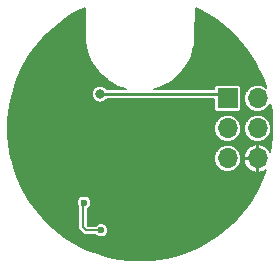
<source format=gbl>
G04 #@! TF.GenerationSoftware,KiCad,Pcbnew,(5.99.0-11526-gd613292b67)*
G04 #@! TF.CreationDate,2021-07-26T20:03:08-04:00*
G04 #@! TF.ProjectId,psu,7073752e-6b69-4636-9164-5f7063625858,rev?*
G04 #@! TF.SameCoordinates,Original*
G04 #@! TF.FileFunction,Copper,L2,Bot*
G04 #@! TF.FilePolarity,Positive*
%FSLAX46Y46*%
G04 Gerber Fmt 4.6, Leading zero omitted, Abs format (unit mm)*
G04 Created by KiCad (PCBNEW (5.99.0-11526-gd613292b67)) date 2021-07-26 20:03:08*
%MOMM*%
%LPD*%
G01*
G04 APERTURE LIST*
G04 #@! TA.AperFunction,ComponentPad*
%ADD10R,1.700000X1.700000*%
G04 #@! TD*
G04 #@! TA.AperFunction,ComponentPad*
%ADD11O,1.700000X1.700000*%
G04 #@! TD*
G04 #@! TA.AperFunction,ViaPad*
%ADD12C,0.600000*%
G04 #@! TD*
G04 #@! TA.AperFunction,ViaPad*
%ADD13C,0.800000*%
G04 #@! TD*
G04 #@! TA.AperFunction,Conductor*
%ADD14C,0.250000*%
G04 #@! TD*
G04 #@! TA.AperFunction,Conductor*
%ADD15C,0.200000*%
G04 #@! TD*
G04 APERTURE END LIST*
D10*
X207410000Y-98060000D03*
D11*
X209950000Y-98060000D03*
X207410000Y-100600000D03*
X209950000Y-100600000D03*
X207410000Y-103140000D03*
X209950000Y-103140000D03*
D12*
X198075000Y-105162501D03*
X192825000Y-98450001D03*
X198090000Y-100320000D03*
X197975000Y-108200000D03*
X201850000Y-109300000D03*
X194417600Y-104212501D03*
X197200000Y-110600000D03*
X198310000Y-98920000D03*
X194800000Y-100337501D03*
X191417600Y-102762501D03*
X205800000Y-98840000D03*
X201200000Y-109300000D03*
X207180000Y-96480000D03*
X203067600Y-104762501D03*
X193460000Y-100350000D03*
X204500000Y-95930000D03*
D13*
X196600000Y-97700001D03*
D12*
X196700000Y-109225000D03*
X195240000Y-106880000D03*
D14*
X196600000Y-97700001D02*
X207050001Y-97700001D01*
D15*
X196700000Y-109225000D02*
X195425000Y-109225000D01*
X195150000Y-108950000D02*
X195150000Y-107150000D01*
D14*
X207050001Y-97700001D02*
X207410000Y-98060000D01*
D15*
X195425000Y-109225000D02*
X195150000Y-108950000D01*
X195150000Y-107150000D02*
X195300000Y-107000000D01*
X195326253Y-92843838D02*
X195322879Y-92860553D01*
X195320960Y-92882907D01*
X195320980Y-92883623D01*
X195321930Y-92890347D01*
X195321770Y-92890359D01*
X195352694Y-93305870D01*
X195353778Y-93314855D01*
X195422876Y-93727945D01*
X195424775Y-93736794D01*
X195531309Y-94141848D01*
X195534009Y-94150486D01*
X195677087Y-94544119D01*
X195680564Y-94552474D01*
X195858991Y-94931396D01*
X195863217Y-94939400D01*
X196075503Y-95300444D01*
X196080442Y-95308027D01*
X196324812Y-95648177D01*
X196330423Y-95655278D01*
X196604834Y-95971690D01*
X196611070Y-95978249D01*
X196913230Y-96268279D01*
X196920039Y-96274242D01*
X197247422Y-96535466D01*
X197254746Y-96540781D01*
X197604617Y-96771018D01*
X197612397Y-96775642D01*
X197981831Y-96972965D01*
X197990000Y-96976860D01*
X198375910Y-97139622D01*
X198384402Y-97142754D01*
X198783564Y-97269593D01*
X198792305Y-97271937D01*
X198808530Y-97275501D01*
X197155970Y-97275501D01*
X197106824Y-97211452D01*
X197088549Y-97193177D01*
X196963108Y-97096923D01*
X196940727Y-97084001D01*
X196794648Y-97023493D01*
X196769684Y-97016804D01*
X196612922Y-96996166D01*
X196587078Y-96996166D01*
X196430316Y-97016804D01*
X196405352Y-97023493D01*
X196259273Y-97084001D01*
X196236892Y-97096923D01*
X196111451Y-97193177D01*
X196093176Y-97211452D01*
X195996922Y-97336893D01*
X195984000Y-97359274D01*
X195923492Y-97505353D01*
X195916803Y-97530317D01*
X195896165Y-97687079D01*
X195896165Y-97712923D01*
X195916803Y-97869685D01*
X195923492Y-97894649D01*
X195984000Y-98040728D01*
X195996922Y-98063109D01*
X196093176Y-98188550D01*
X196111451Y-98206825D01*
X196236892Y-98303079D01*
X196259273Y-98316001D01*
X196405352Y-98376509D01*
X196430316Y-98383198D01*
X196587078Y-98403836D01*
X196612922Y-98403836D01*
X196769684Y-98383198D01*
X196794648Y-98376509D01*
X196940727Y-98316001D01*
X196963108Y-98303079D01*
X197088549Y-98206825D01*
X197106824Y-98188550D01*
X197155970Y-98124501D01*
X206260500Y-98124501D01*
X206260500Y-98929748D01*
X206262402Y-98949062D01*
X206274035Y-99007545D01*
X206288818Y-99043233D01*
X206333133Y-99109554D01*
X206360446Y-99136867D01*
X206426767Y-99181182D01*
X206462455Y-99195965D01*
X206520938Y-99207598D01*
X206540252Y-99209500D01*
X208279748Y-99209500D01*
X208299062Y-99207598D01*
X208357545Y-99195965D01*
X208393233Y-99181182D01*
X208459554Y-99136867D01*
X208486867Y-99109554D01*
X208531182Y-99043233D01*
X208545965Y-99007545D01*
X208557598Y-98949062D01*
X208559500Y-98929748D01*
X208559500Y-97190252D01*
X208557598Y-97170938D01*
X208545965Y-97112455D01*
X208531182Y-97076767D01*
X208486867Y-97010446D01*
X208459554Y-96983133D01*
X208393233Y-96938818D01*
X208357545Y-96924035D01*
X208299062Y-96912402D01*
X208279748Y-96910500D01*
X206540252Y-96910500D01*
X206520938Y-96912402D01*
X206462455Y-96924035D01*
X206426767Y-96938818D01*
X206360446Y-96983133D01*
X206333133Y-97010446D01*
X206288818Y-97076767D01*
X206274035Y-97112455D01*
X206262402Y-97170938D01*
X206260500Y-97190252D01*
X206260500Y-97275501D01*
X201177468Y-97275501D01*
X201319421Y-97240610D01*
X201328102Y-97238050D01*
X201723996Y-97101354D01*
X201732407Y-97098012D01*
X202114164Y-96925734D01*
X202122234Y-96921638D01*
X202486663Y-96715217D01*
X202494326Y-96710401D01*
X202838382Y-96471562D01*
X202845573Y-96466067D01*
X203166380Y-96196807D01*
X203173039Y-96190678D01*
X203467916Y-95893247D01*
X203473987Y-95886535D01*
X203740471Y-95563417D01*
X203745904Y-95556180D01*
X203981766Y-95210078D01*
X203986516Y-95202374D01*
X204189786Y-94836178D01*
X204193812Y-94828072D01*
X204362791Y-94444843D01*
X204366060Y-94436404D01*
X204499337Y-94039346D01*
X204501822Y-94030643D01*
X204598281Y-93623072D01*
X204599960Y-93614179D01*
X204658797Y-93199503D01*
X204659658Y-93190494D01*
X204680230Y-92775191D01*
X204680100Y-92775185D01*
X204680890Y-92768550D01*
X204680894Y-92767834D01*
X204678499Y-92745627D01*
X204676193Y-92735339D01*
X204706968Y-90411285D01*
X204903363Y-90499803D01*
X205490294Y-90807310D01*
X206058045Y-91148995D01*
X206604570Y-91523626D01*
X207128013Y-91929931D01*
X207626494Y-92366450D01*
X208098321Y-92831701D01*
X208541807Y-93324023D01*
X208955413Y-93841704D01*
X209337681Y-94382921D01*
X209687290Y-94945806D01*
X210003016Y-95528385D01*
X210283734Y-96128582D01*
X210528483Y-96744343D01*
X210665970Y-97160380D01*
X210603380Y-97108601D01*
X210587362Y-97097797D01*
X210406142Y-96999812D01*
X210388330Y-96992324D01*
X210191529Y-96931404D01*
X210172602Y-96927519D01*
X209967717Y-96905985D01*
X209948397Y-96905850D01*
X209743231Y-96924521D01*
X209724251Y-96928142D01*
X209526620Y-96986308D01*
X209508705Y-96993546D01*
X209326135Y-97088992D01*
X209309968Y-97099571D01*
X209149413Y-97228660D01*
X209135609Y-97242179D01*
X209003186Y-97399994D01*
X208992270Y-97415936D01*
X208893022Y-97596468D01*
X208885410Y-97614227D01*
X208823118Y-97810597D01*
X208819101Y-97829497D01*
X208796137Y-98034227D01*
X208795867Y-98053546D01*
X208813106Y-98258837D01*
X208816594Y-98277841D01*
X208873379Y-98475874D01*
X208880492Y-98493839D01*
X208974660Y-98677071D01*
X208985126Y-98693312D01*
X209113091Y-98854764D01*
X209126513Y-98868662D01*
X209283400Y-99002183D01*
X209299266Y-99013210D01*
X209479100Y-99113716D01*
X209496805Y-99121452D01*
X209692736Y-99185114D01*
X209711607Y-99189263D01*
X209916172Y-99213655D01*
X209935489Y-99214059D01*
X210140895Y-99198254D01*
X210159923Y-99194899D01*
X210358348Y-99139498D01*
X210376362Y-99132511D01*
X210560247Y-99039624D01*
X210576560Y-99029271D01*
X210738901Y-98902437D01*
X210752894Y-98889112D01*
X210887507Y-98733160D01*
X210898644Y-98717372D01*
X211000403Y-98538244D01*
X211008262Y-98520593D01*
X211009298Y-98517480D01*
X211038954Y-98663135D01*
X211132536Y-99319112D01*
X211187172Y-99979468D01*
X211202671Y-100641899D01*
X211178979Y-101304106D01*
X211116181Y-101963727D01*
X211018153Y-102594923D01*
X210980714Y-102519003D01*
X210971247Y-102503555D01*
X210850286Y-102341569D01*
X210838163Y-102328105D01*
X210689708Y-102190874D01*
X210675334Y-102179845D01*
X210504356Y-102071967D01*
X210488215Y-102063742D01*
X210300441Y-101988827D01*
X210283069Y-101983681D01*
X210094314Y-101946136D01*
X210033552Y-101953328D01*
X209988623Y-101994861D01*
X209976000Y-102043234D01*
X209976000Y-104233458D01*
X209994907Y-104291649D01*
X210044407Y-104327613D01*
X210089206Y-104331434D01*
X210222096Y-104312166D01*
X210239712Y-104307936D01*
X210431149Y-104242952D01*
X210447701Y-104235583D01*
X210614029Y-104142434D01*
X210480327Y-104530825D01*
X210227983Y-105143507D01*
X209939858Y-105740198D01*
X209616950Y-106318830D01*
X209260420Y-106877322D01*
X208871472Y-107413791D01*
X208451500Y-107926310D01*
X208001946Y-108413124D01*
X207524426Y-108872480D01*
X207020570Y-109302811D01*
X206492143Y-109702610D01*
X205941015Y-110070461D01*
X205369104Y-110405085D01*
X204778396Y-110705317D01*
X204170991Y-110970094D01*
X203548983Y-111198500D01*
X202914572Y-111389731D01*
X202269937Y-111543126D01*
X201617397Y-111658135D01*
X200959163Y-111734368D01*
X200297606Y-111771550D01*
X199634980Y-111769555D01*
X198973638Y-111728389D01*
X198315906Y-111648198D01*
X197664048Y-111529259D01*
X197020374Y-111371991D01*
X196387101Y-111176937D01*
X195766498Y-110944797D01*
X195160672Y-110676356D01*
X194571802Y-110372581D01*
X194001916Y-110034521D01*
X193453002Y-109663350D01*
X192927003Y-109260387D01*
X192425750Y-108827031D01*
X191950988Y-108364793D01*
X191504380Y-107875291D01*
X191087498Y-107360247D01*
X190748472Y-106886659D01*
X194636227Y-106886659D01*
X194654816Y-107028815D01*
X194662364Y-107055851D01*
X194720104Y-107187075D01*
X194734937Y-107210905D01*
X194750500Y-107229420D01*
X194750500Y-108896492D01*
X194748645Y-108909055D01*
X194750500Y-108958474D01*
X194750500Y-108977948D01*
X194751732Y-108991296D01*
X194752844Y-109020922D01*
X194760813Y-109056287D01*
X194765358Y-109066865D01*
X194767465Y-109078180D01*
X194780515Y-109112001D01*
X194794492Y-109134676D01*
X194805004Y-109159143D01*
X194819468Y-109182907D01*
X194823482Y-109187793D01*
X194829974Y-109194953D01*
X194834338Y-109199317D01*
X194839257Y-109207297D01*
X194863608Y-109234152D01*
X194886835Y-109251814D01*
X195104676Y-109469655D01*
X195112247Y-109479849D01*
X195148494Y-109513473D01*
X195162273Y-109527252D01*
X195172572Y-109535810D01*
X195194318Y-109555982D01*
X195224959Y-109575353D01*
X195235648Y-109579618D01*
X195245143Y-109586131D01*
X195278287Y-109600818D01*
X195304208Y-109606969D01*
X195328937Y-109616835D01*
X195355962Y-109623411D01*
X195362255Y-109624028D01*
X195371915Y-109624500D01*
X195378085Y-109624500D01*
X195387208Y-109626665D01*
X195423416Y-109628436D01*
X195452337Y-109624500D01*
X196252597Y-109624500D01*
X196287187Y-109665650D01*
X196308112Y-109684359D01*
X196427455Y-109763801D01*
X196452791Y-109775886D01*
X196589635Y-109818638D01*
X196617342Y-109823125D01*
X196760684Y-109825753D01*
X196788539Y-109822284D01*
X196926857Y-109784574D01*
X196952618Y-109773426D01*
X197074792Y-109698411D01*
X197096389Y-109680481D01*
X197192598Y-109574190D01*
X197208294Y-109550920D01*
X197270804Y-109421899D01*
X197279338Y-109395158D01*
X197303124Y-109253779D01*
X197304489Y-109238564D01*
X197304640Y-109226210D01*
X197303647Y-109210965D01*
X197283323Y-109069047D01*
X197275445Y-109042106D01*
X197216106Y-108911596D01*
X197200983Y-108887949D01*
X197107399Y-108779340D01*
X197086247Y-108760888D01*
X196965942Y-108682910D01*
X196940461Y-108671136D01*
X196803105Y-108630058D01*
X196775344Y-108625909D01*
X196631981Y-108625033D01*
X196604171Y-108628842D01*
X196466324Y-108668239D01*
X196440701Y-108679701D01*
X196319452Y-108756203D01*
X196298076Y-108774396D01*
X196252943Y-108825500D01*
X195590479Y-108825500D01*
X195549500Y-108784522D01*
X195549500Y-107393501D01*
X195614792Y-107353411D01*
X195636389Y-107335481D01*
X195732598Y-107229190D01*
X195748294Y-107205920D01*
X195810804Y-107076899D01*
X195819338Y-107050158D01*
X195843124Y-106908779D01*
X195844489Y-106893564D01*
X195844640Y-106881210D01*
X195843647Y-106865965D01*
X195823323Y-106724047D01*
X195815445Y-106697106D01*
X195756106Y-106566596D01*
X195740983Y-106542949D01*
X195647399Y-106434340D01*
X195626247Y-106415888D01*
X195505942Y-106337910D01*
X195480461Y-106326136D01*
X195343105Y-106285058D01*
X195315344Y-106280909D01*
X195171981Y-106280033D01*
X195144171Y-106283842D01*
X195006324Y-106323239D01*
X194980701Y-106334701D01*
X194859452Y-106411203D01*
X194838076Y-106429396D01*
X194743173Y-106536854D01*
X194727763Y-106560314D01*
X194666833Y-106690089D01*
X194658626Y-106716933D01*
X194636570Y-106858593D01*
X194636227Y-106886659D01*
X190748472Y-106886659D01*
X190701798Y-106821460D01*
X190348629Y-106260820D01*
X190029212Y-105680257D01*
X189744684Y-105081842D01*
X189496035Y-104467655D01*
X189284131Y-103839838D01*
X189109711Y-103200576D01*
X189095620Y-103133546D01*
X206255867Y-103133546D01*
X206273106Y-103338837D01*
X206276594Y-103357841D01*
X206333379Y-103555874D01*
X206340492Y-103573839D01*
X206434660Y-103757071D01*
X206445126Y-103773312D01*
X206573091Y-103934764D01*
X206586513Y-103948662D01*
X206743400Y-104082183D01*
X206759266Y-104093210D01*
X206939100Y-104193716D01*
X206956805Y-104201452D01*
X207152736Y-104265114D01*
X207171607Y-104269263D01*
X207376172Y-104293655D01*
X207395489Y-104294059D01*
X207600895Y-104278254D01*
X207619923Y-104274899D01*
X207818348Y-104219498D01*
X207836362Y-104212511D01*
X208020247Y-104119624D01*
X208036560Y-104109271D01*
X208198901Y-103982437D01*
X208212894Y-103969112D01*
X208347507Y-103813160D01*
X208358644Y-103797372D01*
X208460403Y-103618244D01*
X208468262Y-103600593D01*
X208533290Y-103405112D01*
X208537570Y-103386271D01*
X208552072Y-103271475D01*
X208756966Y-103271475D01*
X208760100Y-103319290D01*
X208762934Y-103337184D01*
X208812698Y-103533130D01*
X208818746Y-103550208D01*
X208903384Y-103733803D01*
X208912443Y-103749493D01*
X209029123Y-103914591D01*
X209040889Y-103928368D01*
X209185701Y-104069437D01*
X209199780Y-104080838D01*
X209367875Y-104193156D01*
X209383798Y-104201801D01*
X209569546Y-104281604D01*
X209586776Y-104287203D01*
X209783957Y-104331821D01*
X209801920Y-104334186D01*
X209821114Y-104334940D01*
X209880002Y-104318331D01*
X209917881Y-104270281D01*
X209924000Y-104236016D01*
X209924000Y-103265000D01*
X209905093Y-103206809D01*
X209855593Y-103170845D01*
X209825000Y-103166000D01*
X208855754Y-103166000D01*
X208797563Y-103184907D01*
X208761599Y-103234407D01*
X208756966Y-103271475D01*
X208552072Y-103271475D01*
X208563390Y-103181882D01*
X208564161Y-103170858D01*
X208564573Y-103141384D01*
X208564111Y-103130339D01*
X208551661Y-103003364D01*
X208758724Y-103003364D01*
X208770661Y-103063374D01*
X208815591Y-103104906D01*
X208857038Y-103114000D01*
X209825000Y-103114000D01*
X209883191Y-103095093D01*
X209919155Y-103045593D01*
X209924000Y-103015000D01*
X209924000Y-102045277D01*
X209905093Y-101987086D01*
X209855593Y-101951122D01*
X209808234Y-101947707D01*
X209647313Y-101975359D01*
X209629813Y-101980048D01*
X209440143Y-102050021D01*
X209423791Y-102057821D01*
X209250048Y-102161187D01*
X209235390Y-102171836D01*
X209083394Y-102305134D01*
X209070924Y-102318276D01*
X208945764Y-102477040D01*
X208935896Y-102492234D01*
X208841764Y-102671149D01*
X208834831Y-102687888D01*
X208774881Y-102880960D01*
X208771114Y-102898681D01*
X208758724Y-103003364D01*
X208551661Y-103003364D01*
X208544008Y-102925309D01*
X208540255Y-102906356D01*
X208480710Y-102709135D01*
X208473347Y-102691272D01*
X208376630Y-102509372D01*
X208365937Y-102493278D01*
X208235730Y-102333629D01*
X208222116Y-102319919D01*
X208063380Y-102188601D01*
X208047362Y-102177797D01*
X207866142Y-102079812D01*
X207848330Y-102072324D01*
X207651529Y-102011404D01*
X207632602Y-102007519D01*
X207427717Y-101985985D01*
X207408397Y-101985850D01*
X207203231Y-102004521D01*
X207184251Y-102008142D01*
X206986620Y-102066308D01*
X206968705Y-102073546D01*
X206786135Y-102168992D01*
X206769968Y-102179571D01*
X206609413Y-102308660D01*
X206595609Y-102322179D01*
X206463186Y-102479994D01*
X206452270Y-102495936D01*
X206353022Y-102676468D01*
X206345410Y-102694227D01*
X206283118Y-102890597D01*
X206279101Y-102909497D01*
X206256137Y-103114227D01*
X206255867Y-103133546D01*
X189095620Y-103133546D01*
X188973395Y-102552149D01*
X188875650Y-101896771D01*
X188816822Y-101236772D01*
X188797686Y-100593546D01*
X206255867Y-100593546D01*
X206273106Y-100798837D01*
X206276594Y-100817841D01*
X206333379Y-101015874D01*
X206340492Y-101033839D01*
X206434660Y-101217071D01*
X206445126Y-101233312D01*
X206573091Y-101394764D01*
X206586513Y-101408662D01*
X206743400Y-101542183D01*
X206759266Y-101553210D01*
X206939100Y-101653716D01*
X206956805Y-101661452D01*
X207152736Y-101725114D01*
X207171607Y-101729263D01*
X207376172Y-101753655D01*
X207395489Y-101754059D01*
X207600895Y-101738254D01*
X207619923Y-101734899D01*
X207818348Y-101679498D01*
X207836362Y-101672511D01*
X208020247Y-101579624D01*
X208036560Y-101569271D01*
X208198901Y-101442437D01*
X208212894Y-101429112D01*
X208347507Y-101273160D01*
X208358644Y-101257372D01*
X208460403Y-101078244D01*
X208468262Y-101060593D01*
X208533290Y-100865112D01*
X208537570Y-100846271D01*
X208563390Y-100641882D01*
X208564161Y-100630858D01*
X208564573Y-100601384D01*
X208564245Y-100593546D01*
X208795867Y-100593546D01*
X208813106Y-100798837D01*
X208816594Y-100817841D01*
X208873379Y-101015874D01*
X208880492Y-101033839D01*
X208974660Y-101217071D01*
X208985126Y-101233312D01*
X209113091Y-101394764D01*
X209126513Y-101408662D01*
X209283400Y-101542183D01*
X209299266Y-101553210D01*
X209479100Y-101653716D01*
X209496805Y-101661452D01*
X209692736Y-101725114D01*
X209711607Y-101729263D01*
X209916172Y-101753655D01*
X209935489Y-101754059D01*
X210140895Y-101738254D01*
X210159923Y-101734899D01*
X210358348Y-101679498D01*
X210376362Y-101672511D01*
X210560247Y-101579624D01*
X210576560Y-101569271D01*
X210738901Y-101442437D01*
X210752894Y-101429112D01*
X210887507Y-101273160D01*
X210898644Y-101257372D01*
X211000403Y-101078244D01*
X211008262Y-101060593D01*
X211073290Y-100865112D01*
X211077570Y-100846271D01*
X211103390Y-100641882D01*
X211104161Y-100630858D01*
X211104573Y-100601384D01*
X211104111Y-100590339D01*
X211084008Y-100385309D01*
X211080255Y-100366356D01*
X211020710Y-100169135D01*
X211013347Y-100151272D01*
X210916630Y-99969372D01*
X210905937Y-99953278D01*
X210775730Y-99793629D01*
X210762116Y-99779919D01*
X210603380Y-99648601D01*
X210587362Y-99637797D01*
X210406142Y-99539812D01*
X210388330Y-99532324D01*
X210191529Y-99471404D01*
X210172602Y-99467519D01*
X209967717Y-99445985D01*
X209948397Y-99445850D01*
X209743231Y-99464521D01*
X209724251Y-99468142D01*
X209526620Y-99526308D01*
X209508705Y-99533546D01*
X209326135Y-99628992D01*
X209309968Y-99639571D01*
X209149413Y-99768660D01*
X209135609Y-99782179D01*
X209003186Y-99939994D01*
X208992270Y-99955936D01*
X208893022Y-100136468D01*
X208885410Y-100154227D01*
X208823118Y-100350597D01*
X208819101Y-100369497D01*
X208796137Y-100574227D01*
X208795867Y-100593546D01*
X208564245Y-100593546D01*
X208564111Y-100590339D01*
X208544008Y-100385309D01*
X208540255Y-100366356D01*
X208480710Y-100169135D01*
X208473347Y-100151272D01*
X208376630Y-99969372D01*
X208365937Y-99953278D01*
X208235730Y-99793629D01*
X208222116Y-99779919D01*
X208063380Y-99648601D01*
X208047362Y-99637797D01*
X207866142Y-99539812D01*
X207848330Y-99532324D01*
X207651529Y-99471404D01*
X207632602Y-99467519D01*
X207427717Y-99445985D01*
X207408397Y-99445850D01*
X207203231Y-99464521D01*
X207184251Y-99468142D01*
X206986620Y-99526308D01*
X206968705Y-99533546D01*
X206786135Y-99628992D01*
X206769968Y-99639571D01*
X206609413Y-99768660D01*
X206595609Y-99782179D01*
X206463186Y-99939994D01*
X206452270Y-99955936D01*
X206353022Y-100136468D01*
X206345410Y-100154227D01*
X206283118Y-100350597D01*
X206279101Y-100369497D01*
X206256137Y-100574227D01*
X206255867Y-100593546D01*
X188797686Y-100593546D01*
X188797118Y-100574453D01*
X188816606Y-99912125D01*
X188875217Y-99252107D01*
X188972748Y-98596698D01*
X189108854Y-97948214D01*
X189283062Y-97308912D01*
X189494761Y-96681025D01*
X189743215Y-96066744D01*
X190027543Y-95468242D01*
X190346761Y-94887594D01*
X190699760Y-94326814D01*
X191085283Y-93787902D01*
X191501998Y-93272721D01*
X191948437Y-92783082D01*
X192423040Y-92320696D01*
X192924170Y-91887161D01*
X193450025Y-91484033D01*
X193998831Y-91112676D01*
X194568594Y-90774436D01*
X195157378Y-90470462D01*
X195347080Y-90386331D01*
X195326253Y-92843838D02*
X195347080Y-90386331D01*
G04 #@! TA.AperFunction,Conductor*
G36*
X195326253Y-92843838D02*
G01*
X195322879Y-92860553D01*
X195320960Y-92882907D01*
X195320980Y-92883623D01*
X195321930Y-92890347D01*
X195321770Y-92890359D01*
X195352694Y-93305870D01*
X195353778Y-93314855D01*
X195422876Y-93727945D01*
X195424775Y-93736794D01*
X195531309Y-94141848D01*
X195534009Y-94150486D01*
X195677087Y-94544119D01*
X195680564Y-94552474D01*
X195858991Y-94931396D01*
X195863217Y-94939400D01*
X196075503Y-95300444D01*
X196080442Y-95308027D01*
X196324812Y-95648177D01*
X196330423Y-95655278D01*
X196604834Y-95971690D01*
X196611070Y-95978249D01*
X196913230Y-96268279D01*
X196920039Y-96274242D01*
X197247422Y-96535466D01*
X197254746Y-96540781D01*
X197604617Y-96771018D01*
X197612397Y-96775642D01*
X197981831Y-96972965D01*
X197990000Y-96976860D01*
X198375910Y-97139622D01*
X198384402Y-97142754D01*
X198783564Y-97269593D01*
X198792305Y-97271937D01*
X198808530Y-97275501D01*
X197155970Y-97275501D01*
X197106824Y-97211452D01*
X197088549Y-97193177D01*
X196963108Y-97096923D01*
X196940727Y-97084001D01*
X196794648Y-97023493D01*
X196769684Y-97016804D01*
X196612922Y-96996166D01*
X196587078Y-96996166D01*
X196430316Y-97016804D01*
X196405352Y-97023493D01*
X196259273Y-97084001D01*
X196236892Y-97096923D01*
X196111451Y-97193177D01*
X196093176Y-97211452D01*
X195996922Y-97336893D01*
X195984000Y-97359274D01*
X195923492Y-97505353D01*
X195916803Y-97530317D01*
X195896165Y-97687079D01*
X195896165Y-97712923D01*
X195916803Y-97869685D01*
X195923492Y-97894649D01*
X195984000Y-98040728D01*
X195996922Y-98063109D01*
X196093176Y-98188550D01*
X196111451Y-98206825D01*
X196236892Y-98303079D01*
X196259273Y-98316001D01*
X196405352Y-98376509D01*
X196430316Y-98383198D01*
X196587078Y-98403836D01*
X196612922Y-98403836D01*
X196769684Y-98383198D01*
X196794648Y-98376509D01*
X196940727Y-98316001D01*
X196963108Y-98303079D01*
X197088549Y-98206825D01*
X197106824Y-98188550D01*
X197155970Y-98124501D01*
X206260500Y-98124501D01*
X206260500Y-98929748D01*
X206262402Y-98949062D01*
X206274035Y-99007545D01*
X206288818Y-99043233D01*
X206333133Y-99109554D01*
X206360446Y-99136867D01*
X206426767Y-99181182D01*
X206462455Y-99195965D01*
X206520938Y-99207598D01*
X206540252Y-99209500D01*
X208279748Y-99209500D01*
X208299062Y-99207598D01*
X208357545Y-99195965D01*
X208393233Y-99181182D01*
X208459554Y-99136867D01*
X208486867Y-99109554D01*
X208531182Y-99043233D01*
X208545965Y-99007545D01*
X208557598Y-98949062D01*
X208559500Y-98929748D01*
X208559500Y-97190252D01*
X208557598Y-97170938D01*
X208545965Y-97112455D01*
X208531182Y-97076767D01*
X208486867Y-97010446D01*
X208459554Y-96983133D01*
X208393233Y-96938818D01*
X208357545Y-96924035D01*
X208299062Y-96912402D01*
X208279748Y-96910500D01*
X206540252Y-96910500D01*
X206520938Y-96912402D01*
X206462455Y-96924035D01*
X206426767Y-96938818D01*
X206360446Y-96983133D01*
X206333133Y-97010446D01*
X206288818Y-97076767D01*
X206274035Y-97112455D01*
X206262402Y-97170938D01*
X206260500Y-97190252D01*
X206260500Y-97275501D01*
X201177468Y-97275501D01*
X201319421Y-97240610D01*
X201328102Y-97238050D01*
X201723996Y-97101354D01*
X201732407Y-97098012D01*
X202114164Y-96925734D01*
X202122234Y-96921638D01*
X202486663Y-96715217D01*
X202494326Y-96710401D01*
X202838382Y-96471562D01*
X202845573Y-96466067D01*
X203166380Y-96196807D01*
X203173039Y-96190678D01*
X203467916Y-95893247D01*
X203473987Y-95886535D01*
X203740471Y-95563417D01*
X203745904Y-95556180D01*
X203981766Y-95210078D01*
X203986516Y-95202374D01*
X204189786Y-94836178D01*
X204193812Y-94828072D01*
X204362791Y-94444843D01*
X204366060Y-94436404D01*
X204499337Y-94039346D01*
X204501822Y-94030643D01*
X204598281Y-93623072D01*
X204599960Y-93614179D01*
X204658797Y-93199503D01*
X204659658Y-93190494D01*
X204680230Y-92775191D01*
X204680100Y-92775185D01*
X204680890Y-92768550D01*
X204680894Y-92767834D01*
X204678499Y-92745627D01*
X204676193Y-92735339D01*
X204706968Y-90411285D01*
X204903363Y-90499803D01*
X205490294Y-90807310D01*
X206058045Y-91148995D01*
X206604570Y-91523626D01*
X207128013Y-91929931D01*
X207626494Y-92366450D01*
X208098321Y-92831701D01*
X208541807Y-93324023D01*
X208955413Y-93841704D01*
X209337681Y-94382921D01*
X209687290Y-94945806D01*
X210003016Y-95528385D01*
X210283734Y-96128582D01*
X210528483Y-96744343D01*
X210665970Y-97160380D01*
X210603380Y-97108601D01*
X210587362Y-97097797D01*
X210406142Y-96999812D01*
X210388330Y-96992324D01*
X210191529Y-96931404D01*
X210172602Y-96927519D01*
X209967717Y-96905985D01*
X209948397Y-96905850D01*
X209743231Y-96924521D01*
X209724251Y-96928142D01*
X209526620Y-96986308D01*
X209508705Y-96993546D01*
X209326135Y-97088992D01*
X209309968Y-97099571D01*
X209149413Y-97228660D01*
X209135609Y-97242179D01*
X209003186Y-97399994D01*
X208992270Y-97415936D01*
X208893022Y-97596468D01*
X208885410Y-97614227D01*
X208823118Y-97810597D01*
X208819101Y-97829497D01*
X208796137Y-98034227D01*
X208795867Y-98053546D01*
X208813106Y-98258837D01*
X208816594Y-98277841D01*
X208873379Y-98475874D01*
X208880492Y-98493839D01*
X208974660Y-98677071D01*
X208985126Y-98693312D01*
X209113091Y-98854764D01*
X209126513Y-98868662D01*
X209283400Y-99002183D01*
X209299266Y-99013210D01*
X209479100Y-99113716D01*
X209496805Y-99121452D01*
X209692736Y-99185114D01*
X209711607Y-99189263D01*
X209916172Y-99213655D01*
X209935489Y-99214059D01*
X210140895Y-99198254D01*
X210159923Y-99194899D01*
X210358348Y-99139498D01*
X210376362Y-99132511D01*
X210560247Y-99039624D01*
X210576560Y-99029271D01*
X210738901Y-98902437D01*
X210752894Y-98889112D01*
X210887507Y-98733160D01*
X210898644Y-98717372D01*
X211000403Y-98538244D01*
X211008262Y-98520593D01*
X211009298Y-98517480D01*
X211038954Y-98663135D01*
X211132536Y-99319112D01*
X211187172Y-99979468D01*
X211202671Y-100641899D01*
X211178979Y-101304106D01*
X211116181Y-101963727D01*
X211018153Y-102594923D01*
X210980714Y-102519003D01*
X210971247Y-102503555D01*
X210850286Y-102341569D01*
X210838163Y-102328105D01*
X210689708Y-102190874D01*
X210675334Y-102179845D01*
X210504356Y-102071967D01*
X210488215Y-102063742D01*
X210300441Y-101988827D01*
X210283069Y-101983681D01*
X210094314Y-101946136D01*
X210033552Y-101953328D01*
X209988623Y-101994861D01*
X209976000Y-102043234D01*
X209976000Y-104233458D01*
X209994907Y-104291649D01*
X210044407Y-104327613D01*
X210089206Y-104331434D01*
X210222096Y-104312166D01*
X210239712Y-104307936D01*
X210431149Y-104242952D01*
X210447701Y-104235583D01*
X210614029Y-104142434D01*
X210480327Y-104530825D01*
X210227983Y-105143507D01*
X209939858Y-105740198D01*
X209616950Y-106318830D01*
X209260420Y-106877322D01*
X208871472Y-107413791D01*
X208451500Y-107926310D01*
X208001946Y-108413124D01*
X207524426Y-108872480D01*
X207020570Y-109302811D01*
X206492143Y-109702610D01*
X205941015Y-110070461D01*
X205369104Y-110405085D01*
X204778396Y-110705317D01*
X204170991Y-110970094D01*
X203548983Y-111198500D01*
X202914572Y-111389731D01*
X202269937Y-111543126D01*
X201617397Y-111658135D01*
X200959163Y-111734368D01*
X200297606Y-111771550D01*
X199634980Y-111769555D01*
X198973638Y-111728389D01*
X198315906Y-111648198D01*
X197664048Y-111529259D01*
X197020374Y-111371991D01*
X196387101Y-111176937D01*
X195766498Y-110944797D01*
X195160672Y-110676356D01*
X194571802Y-110372581D01*
X194001916Y-110034521D01*
X193453002Y-109663350D01*
X192927003Y-109260387D01*
X192425750Y-108827031D01*
X191950988Y-108364793D01*
X191504380Y-107875291D01*
X191087498Y-107360247D01*
X190748472Y-106886659D01*
X194636227Y-106886659D01*
X194654816Y-107028815D01*
X194662364Y-107055851D01*
X194720104Y-107187075D01*
X194734937Y-107210905D01*
X194750500Y-107229420D01*
X194750500Y-108896492D01*
X194748645Y-108909055D01*
X194750500Y-108958474D01*
X194750500Y-108977948D01*
X194751732Y-108991296D01*
X194752844Y-109020922D01*
X194760813Y-109056287D01*
X194765358Y-109066865D01*
X194767465Y-109078180D01*
X194780515Y-109112001D01*
X194794492Y-109134676D01*
X194805004Y-109159143D01*
X194819468Y-109182907D01*
X194823482Y-109187793D01*
X194829974Y-109194953D01*
X194834338Y-109199317D01*
X194839257Y-109207297D01*
X194863608Y-109234152D01*
X194886835Y-109251814D01*
X195104676Y-109469655D01*
X195112247Y-109479849D01*
X195148494Y-109513473D01*
X195162273Y-109527252D01*
X195172572Y-109535810D01*
X195194318Y-109555982D01*
X195224959Y-109575353D01*
X195235648Y-109579618D01*
X195245143Y-109586131D01*
X195278287Y-109600818D01*
X195304208Y-109606969D01*
X195328937Y-109616835D01*
X195355962Y-109623411D01*
X195362255Y-109624028D01*
X195371915Y-109624500D01*
X195378085Y-109624500D01*
X195387208Y-109626665D01*
X195423416Y-109628436D01*
X195452337Y-109624500D01*
X196252597Y-109624500D01*
X196287187Y-109665650D01*
X196308112Y-109684359D01*
X196427455Y-109763801D01*
X196452791Y-109775886D01*
X196589635Y-109818638D01*
X196617342Y-109823125D01*
X196760684Y-109825753D01*
X196788539Y-109822284D01*
X196926857Y-109784574D01*
X196952618Y-109773426D01*
X197074792Y-109698411D01*
X197096389Y-109680481D01*
X197192598Y-109574190D01*
X197208294Y-109550920D01*
X197270804Y-109421899D01*
X197279338Y-109395158D01*
X197303124Y-109253779D01*
X197304489Y-109238564D01*
X197304640Y-109226210D01*
X197303647Y-109210965D01*
X197283323Y-109069047D01*
X197275445Y-109042106D01*
X197216106Y-108911596D01*
X197200983Y-108887949D01*
X197107399Y-108779340D01*
X197086247Y-108760888D01*
X196965942Y-108682910D01*
X196940461Y-108671136D01*
X196803105Y-108630058D01*
X196775344Y-108625909D01*
X196631981Y-108625033D01*
X196604171Y-108628842D01*
X196466324Y-108668239D01*
X196440701Y-108679701D01*
X196319452Y-108756203D01*
X196298076Y-108774396D01*
X196252943Y-108825500D01*
X195590479Y-108825500D01*
X195549500Y-108784522D01*
X195549500Y-107393501D01*
X195614792Y-107353411D01*
X195636389Y-107335481D01*
X195732598Y-107229190D01*
X195748294Y-107205920D01*
X195810804Y-107076899D01*
X195819338Y-107050158D01*
X195843124Y-106908779D01*
X195844489Y-106893564D01*
X195844640Y-106881210D01*
X195843647Y-106865965D01*
X195823323Y-106724047D01*
X195815445Y-106697106D01*
X195756106Y-106566596D01*
X195740983Y-106542949D01*
X195647399Y-106434340D01*
X195626247Y-106415888D01*
X195505942Y-106337910D01*
X195480461Y-106326136D01*
X195343105Y-106285058D01*
X195315344Y-106280909D01*
X195171981Y-106280033D01*
X195144171Y-106283842D01*
X195006324Y-106323239D01*
X194980701Y-106334701D01*
X194859452Y-106411203D01*
X194838076Y-106429396D01*
X194743173Y-106536854D01*
X194727763Y-106560314D01*
X194666833Y-106690089D01*
X194658626Y-106716933D01*
X194636570Y-106858593D01*
X194636227Y-106886659D01*
X190748472Y-106886659D01*
X190701798Y-106821460D01*
X190348629Y-106260820D01*
X190029212Y-105680257D01*
X189744684Y-105081842D01*
X189496035Y-104467655D01*
X189284131Y-103839838D01*
X189109711Y-103200576D01*
X189095620Y-103133546D01*
X206255867Y-103133546D01*
X206273106Y-103338837D01*
X206276594Y-103357841D01*
X206333379Y-103555874D01*
X206340492Y-103573839D01*
X206434660Y-103757071D01*
X206445126Y-103773312D01*
X206573091Y-103934764D01*
X206586513Y-103948662D01*
X206743400Y-104082183D01*
X206759266Y-104093210D01*
X206939100Y-104193716D01*
X206956805Y-104201452D01*
X207152736Y-104265114D01*
X207171607Y-104269263D01*
X207376172Y-104293655D01*
X207395489Y-104294059D01*
X207600895Y-104278254D01*
X207619923Y-104274899D01*
X207818348Y-104219498D01*
X207836362Y-104212511D01*
X208020247Y-104119624D01*
X208036560Y-104109271D01*
X208198901Y-103982437D01*
X208212894Y-103969112D01*
X208347507Y-103813160D01*
X208358644Y-103797372D01*
X208460403Y-103618244D01*
X208468262Y-103600593D01*
X208533290Y-103405112D01*
X208537570Y-103386271D01*
X208552072Y-103271475D01*
X208756966Y-103271475D01*
X208760100Y-103319290D01*
X208762934Y-103337184D01*
X208812698Y-103533130D01*
X208818746Y-103550208D01*
X208903384Y-103733803D01*
X208912443Y-103749493D01*
X209029123Y-103914591D01*
X209040889Y-103928368D01*
X209185701Y-104069437D01*
X209199780Y-104080838D01*
X209367875Y-104193156D01*
X209383798Y-104201801D01*
X209569546Y-104281604D01*
X209586776Y-104287203D01*
X209783957Y-104331821D01*
X209801920Y-104334186D01*
X209821114Y-104334940D01*
X209880002Y-104318331D01*
X209917881Y-104270281D01*
X209924000Y-104236016D01*
X209924000Y-103265000D01*
X209905093Y-103206809D01*
X209855593Y-103170845D01*
X209825000Y-103166000D01*
X208855754Y-103166000D01*
X208797563Y-103184907D01*
X208761599Y-103234407D01*
X208756966Y-103271475D01*
X208552072Y-103271475D01*
X208563390Y-103181882D01*
X208564161Y-103170858D01*
X208564573Y-103141384D01*
X208564111Y-103130339D01*
X208551661Y-103003364D01*
X208758724Y-103003364D01*
X208770661Y-103063374D01*
X208815591Y-103104906D01*
X208857038Y-103114000D01*
X209825000Y-103114000D01*
X209883191Y-103095093D01*
X209919155Y-103045593D01*
X209924000Y-103015000D01*
X209924000Y-102045277D01*
X209905093Y-101987086D01*
X209855593Y-101951122D01*
X209808234Y-101947707D01*
X209647313Y-101975359D01*
X209629813Y-101980048D01*
X209440143Y-102050021D01*
X209423791Y-102057821D01*
X209250048Y-102161187D01*
X209235390Y-102171836D01*
X209083394Y-102305134D01*
X209070924Y-102318276D01*
X208945764Y-102477040D01*
X208935896Y-102492234D01*
X208841764Y-102671149D01*
X208834831Y-102687888D01*
X208774881Y-102880960D01*
X208771114Y-102898681D01*
X208758724Y-103003364D01*
X208551661Y-103003364D01*
X208544008Y-102925309D01*
X208540255Y-102906356D01*
X208480710Y-102709135D01*
X208473347Y-102691272D01*
X208376630Y-102509372D01*
X208365937Y-102493278D01*
X208235730Y-102333629D01*
X208222116Y-102319919D01*
X208063380Y-102188601D01*
X208047362Y-102177797D01*
X207866142Y-102079812D01*
X207848330Y-102072324D01*
X207651529Y-102011404D01*
X207632602Y-102007519D01*
X207427717Y-101985985D01*
X207408397Y-101985850D01*
X207203231Y-102004521D01*
X207184251Y-102008142D01*
X206986620Y-102066308D01*
X206968705Y-102073546D01*
X206786135Y-102168992D01*
X206769968Y-102179571D01*
X206609413Y-102308660D01*
X206595609Y-102322179D01*
X206463186Y-102479994D01*
X206452270Y-102495936D01*
X206353022Y-102676468D01*
X206345410Y-102694227D01*
X206283118Y-102890597D01*
X206279101Y-102909497D01*
X206256137Y-103114227D01*
X206255867Y-103133546D01*
X189095620Y-103133546D01*
X188973395Y-102552149D01*
X188875650Y-101896771D01*
X188816822Y-101236772D01*
X188797686Y-100593546D01*
X206255867Y-100593546D01*
X206273106Y-100798837D01*
X206276594Y-100817841D01*
X206333379Y-101015874D01*
X206340492Y-101033839D01*
X206434660Y-101217071D01*
X206445126Y-101233312D01*
X206573091Y-101394764D01*
X206586513Y-101408662D01*
X206743400Y-101542183D01*
X206759266Y-101553210D01*
X206939100Y-101653716D01*
X206956805Y-101661452D01*
X207152736Y-101725114D01*
X207171607Y-101729263D01*
X207376172Y-101753655D01*
X207395489Y-101754059D01*
X207600895Y-101738254D01*
X207619923Y-101734899D01*
X207818348Y-101679498D01*
X207836362Y-101672511D01*
X208020247Y-101579624D01*
X208036560Y-101569271D01*
X208198901Y-101442437D01*
X208212894Y-101429112D01*
X208347507Y-101273160D01*
X208358644Y-101257372D01*
X208460403Y-101078244D01*
X208468262Y-101060593D01*
X208533290Y-100865112D01*
X208537570Y-100846271D01*
X208563390Y-100641882D01*
X208564161Y-100630858D01*
X208564573Y-100601384D01*
X208564245Y-100593546D01*
X208795867Y-100593546D01*
X208813106Y-100798837D01*
X208816594Y-100817841D01*
X208873379Y-101015874D01*
X208880492Y-101033839D01*
X208974660Y-101217071D01*
X208985126Y-101233312D01*
X209113091Y-101394764D01*
X209126513Y-101408662D01*
X209283400Y-101542183D01*
X209299266Y-101553210D01*
X209479100Y-101653716D01*
X209496805Y-101661452D01*
X209692736Y-101725114D01*
X209711607Y-101729263D01*
X209916172Y-101753655D01*
X209935489Y-101754059D01*
X210140895Y-101738254D01*
X210159923Y-101734899D01*
X210358348Y-101679498D01*
X210376362Y-101672511D01*
X210560247Y-101579624D01*
X210576560Y-101569271D01*
X210738901Y-101442437D01*
X210752894Y-101429112D01*
X210887507Y-101273160D01*
X210898644Y-101257372D01*
X211000403Y-101078244D01*
X211008262Y-101060593D01*
X211073290Y-100865112D01*
X211077570Y-100846271D01*
X211103390Y-100641882D01*
X211104161Y-100630858D01*
X211104573Y-100601384D01*
X211104111Y-100590339D01*
X211084008Y-100385309D01*
X211080255Y-100366356D01*
X211020710Y-100169135D01*
X211013347Y-100151272D01*
X210916630Y-99969372D01*
X210905937Y-99953278D01*
X210775730Y-99793629D01*
X210762116Y-99779919D01*
X210603380Y-99648601D01*
X210587362Y-99637797D01*
X210406142Y-99539812D01*
X210388330Y-99532324D01*
X210191529Y-99471404D01*
X210172602Y-99467519D01*
X209967717Y-99445985D01*
X209948397Y-99445850D01*
X209743231Y-99464521D01*
X209724251Y-99468142D01*
X209526620Y-99526308D01*
X209508705Y-99533546D01*
X209326135Y-99628992D01*
X209309968Y-99639571D01*
X209149413Y-99768660D01*
X209135609Y-99782179D01*
X209003186Y-99939994D01*
X208992270Y-99955936D01*
X208893022Y-100136468D01*
X208885410Y-100154227D01*
X208823118Y-100350597D01*
X208819101Y-100369497D01*
X208796137Y-100574227D01*
X208795867Y-100593546D01*
X208564245Y-100593546D01*
X208564111Y-100590339D01*
X208544008Y-100385309D01*
X208540255Y-100366356D01*
X208480710Y-100169135D01*
X208473347Y-100151272D01*
X208376630Y-99969372D01*
X208365937Y-99953278D01*
X208235730Y-99793629D01*
X208222116Y-99779919D01*
X208063380Y-99648601D01*
X208047362Y-99637797D01*
X207866142Y-99539812D01*
X207848330Y-99532324D01*
X207651529Y-99471404D01*
X207632602Y-99467519D01*
X207427717Y-99445985D01*
X207408397Y-99445850D01*
X207203231Y-99464521D01*
X207184251Y-99468142D01*
X206986620Y-99526308D01*
X206968705Y-99533546D01*
X206786135Y-99628992D01*
X206769968Y-99639571D01*
X206609413Y-99768660D01*
X206595609Y-99782179D01*
X206463186Y-99939994D01*
X206452270Y-99955936D01*
X206353022Y-100136468D01*
X206345410Y-100154227D01*
X206283118Y-100350597D01*
X206279101Y-100369497D01*
X206256137Y-100574227D01*
X206255867Y-100593546D01*
X188797686Y-100593546D01*
X188797118Y-100574453D01*
X188816606Y-99912125D01*
X188875217Y-99252107D01*
X188972748Y-98596698D01*
X189108854Y-97948214D01*
X189283062Y-97308912D01*
X189494761Y-96681025D01*
X189743215Y-96066744D01*
X190027543Y-95468242D01*
X190346761Y-94887594D01*
X190699760Y-94326814D01*
X191085283Y-93787902D01*
X191501998Y-93272721D01*
X191948437Y-92783082D01*
X192423040Y-92320696D01*
X192924170Y-91887161D01*
X193450025Y-91484033D01*
X193998831Y-91112676D01*
X194568594Y-90774436D01*
X195157378Y-90470462D01*
X195347080Y-90386331D01*
X195326253Y-92843838D01*
G37*
G04 #@! TD.AperFunction*
M02*

</source>
